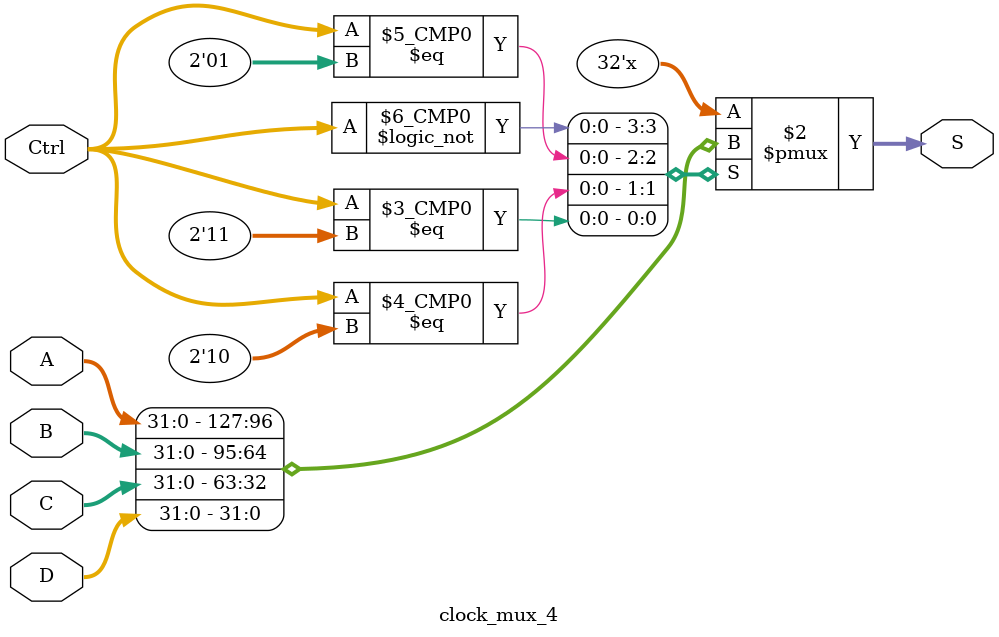
<source format=v>
`timescale 1ns / 1ps
module clock_mux_4(S, Ctrl, A, B, C, D);
	parameter N=32;
	input wire[N-1:0] A, B, C, D;
	input wire [1:0] Ctrl;
	output reg [N-1:0] S;
	
	always @* begin
	  case (Ctrl)
	    2'b00: S=A;
		 2'b01: S=B;
		 2'b10: S=C;
		 2'b11: S=D;
	  endcase
	end
endmodule

</source>
